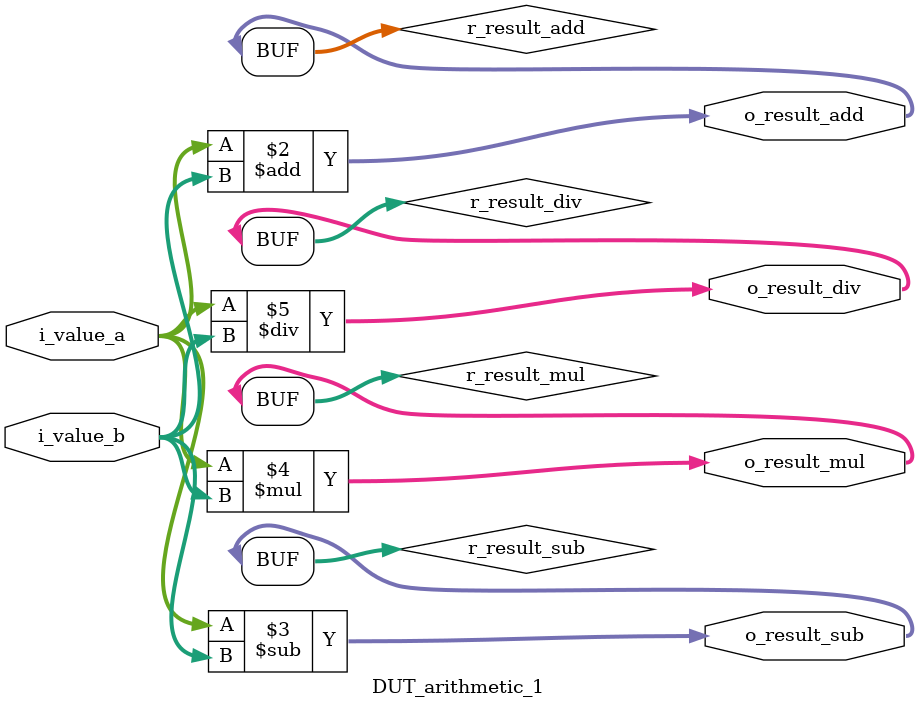
<source format=v>
`timescale 1ns/1ps

module DUT_arithmetic_1(
        input  [7:0] i_value_a,
        input  [7:0] i_value_b,
        output [7:0] o_result_add,
        output [7:0] o_result_sub,
        output [7:0] o_result_mul,
        output [7:0] o_result_div
);
//use reg <-> sequential
reg [7:0] r_result_add;
reg [7:0] r_result_sub;
reg [7:0] r_result_mul;
reg [7:0] r_result_div;
  //whenever (*:all symbol)changes made <->combinational
always @(*) begin
        r_result_add = i_value_a + i_value_b;
        r_result_sub = i_value_a - i_value_b;
        r_result_mul = i_value_a * i_value_b;
        r_result_div = i_value_a / i_value_b;
end

assign o_result_add  = r_result_add;
assign o_result_sub  = r_result_sub;
assign o_result_mul  = r_result_mul;
assign o_result_div  = r_result_div;

endmodule

</source>
